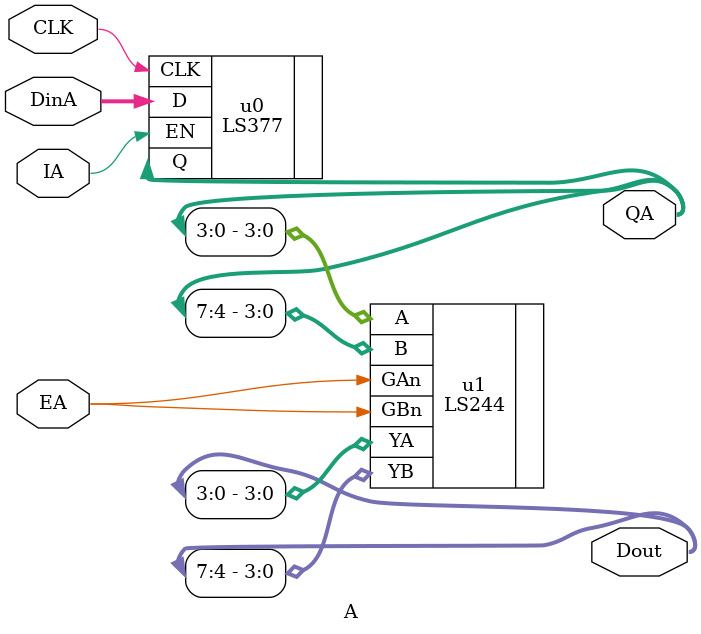
<source format=v>
`timescale 1ns / 1ps

module A(
input CLK,
input [7:0] DinA,
input IA,
input EA,
output [7:0] QA,
output [7:0] Dout
    ); 

LS377 u0(
.CLK ( CLK ),
.EN ( IA ),
.D ( DinA ),
.Q ( QA ));

LS244 u1(
.GAn ( EA ),
.GBn ( EA ),
.A ( QA[3:0] ),
.B ( QA[7:4] ),
.YA ( Dout[3:0] ),
.YB ( Dout[7:4] ));
endmodule

</source>
